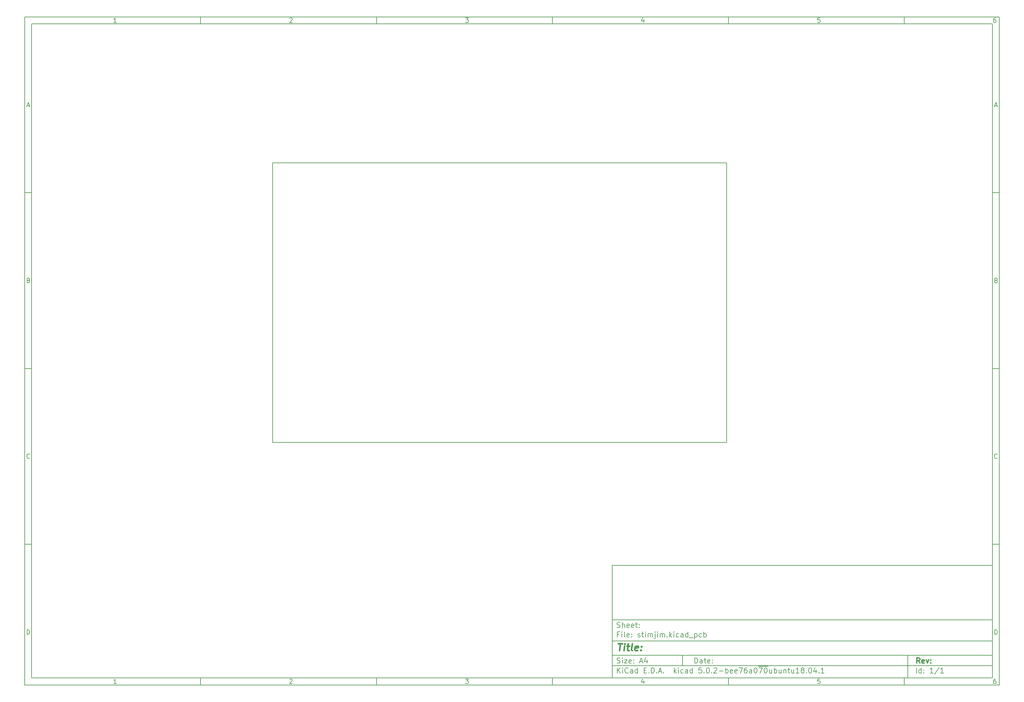
<source format=gm1>
G04 #@! TF.GenerationSoftware,KiCad,Pcbnew,5.0.2-bee76a0~70~ubuntu18.04.1*
G04 #@! TF.CreationDate,2019-02-25T13:41:17+02:00*
G04 #@! TF.ProjectId,stimjim,7374696d-6a69-46d2-9e6b-696361645f70,rev?*
G04 #@! TF.SameCoordinates,Original*
G04 #@! TF.FileFunction,Profile,NP*
%FSLAX46Y46*%
G04 Gerber Fmt 4.6, Leading zero omitted, Abs format (unit mm)*
G04 Created by KiCad (PCBNEW 5.0.2-bee76a0~70~ubuntu18.04.1) date Mon Feb 25 13:41:17 2019*
%MOMM*%
%LPD*%
G01*
G04 APERTURE LIST*
%ADD10C,0.100000*%
%ADD11C,0.150000*%
%ADD12C,0.300000*%
%ADD13C,0.400000*%
G04 APERTURE END LIST*
D10*
D11*
X177002200Y-166007200D02*
X177002200Y-198007200D01*
X285002200Y-198007200D01*
X285002200Y-166007200D01*
X177002200Y-166007200D01*
D10*
D11*
X10000000Y-10000000D02*
X10000000Y-200007200D01*
X287002200Y-200007200D01*
X287002200Y-10000000D01*
X10000000Y-10000000D01*
D10*
D11*
X12000000Y-12000000D02*
X12000000Y-198007200D01*
X285002200Y-198007200D01*
X285002200Y-12000000D01*
X12000000Y-12000000D01*
D10*
D11*
X60000000Y-12000000D02*
X60000000Y-10000000D01*
D10*
D11*
X110000000Y-12000000D02*
X110000000Y-10000000D01*
D10*
D11*
X160000000Y-12000000D02*
X160000000Y-10000000D01*
D10*
D11*
X210000000Y-12000000D02*
X210000000Y-10000000D01*
D10*
D11*
X260000000Y-12000000D02*
X260000000Y-10000000D01*
D10*
D11*
X36065476Y-11588095D02*
X35322619Y-11588095D01*
X35694047Y-11588095D02*
X35694047Y-10288095D01*
X35570238Y-10473809D01*
X35446428Y-10597619D01*
X35322619Y-10659523D01*
D10*
D11*
X85322619Y-10411904D02*
X85384523Y-10350000D01*
X85508333Y-10288095D01*
X85817857Y-10288095D01*
X85941666Y-10350000D01*
X86003571Y-10411904D01*
X86065476Y-10535714D01*
X86065476Y-10659523D01*
X86003571Y-10845238D01*
X85260714Y-11588095D01*
X86065476Y-11588095D01*
D10*
D11*
X135260714Y-10288095D02*
X136065476Y-10288095D01*
X135632142Y-10783333D01*
X135817857Y-10783333D01*
X135941666Y-10845238D01*
X136003571Y-10907142D01*
X136065476Y-11030952D01*
X136065476Y-11340476D01*
X136003571Y-11464285D01*
X135941666Y-11526190D01*
X135817857Y-11588095D01*
X135446428Y-11588095D01*
X135322619Y-11526190D01*
X135260714Y-11464285D01*
D10*
D11*
X185941666Y-10721428D02*
X185941666Y-11588095D01*
X185632142Y-10226190D02*
X185322619Y-11154761D01*
X186127380Y-11154761D01*
D10*
D11*
X236003571Y-10288095D02*
X235384523Y-10288095D01*
X235322619Y-10907142D01*
X235384523Y-10845238D01*
X235508333Y-10783333D01*
X235817857Y-10783333D01*
X235941666Y-10845238D01*
X236003571Y-10907142D01*
X236065476Y-11030952D01*
X236065476Y-11340476D01*
X236003571Y-11464285D01*
X235941666Y-11526190D01*
X235817857Y-11588095D01*
X235508333Y-11588095D01*
X235384523Y-11526190D01*
X235322619Y-11464285D01*
D10*
D11*
X285941666Y-10288095D02*
X285694047Y-10288095D01*
X285570238Y-10350000D01*
X285508333Y-10411904D01*
X285384523Y-10597619D01*
X285322619Y-10845238D01*
X285322619Y-11340476D01*
X285384523Y-11464285D01*
X285446428Y-11526190D01*
X285570238Y-11588095D01*
X285817857Y-11588095D01*
X285941666Y-11526190D01*
X286003571Y-11464285D01*
X286065476Y-11340476D01*
X286065476Y-11030952D01*
X286003571Y-10907142D01*
X285941666Y-10845238D01*
X285817857Y-10783333D01*
X285570238Y-10783333D01*
X285446428Y-10845238D01*
X285384523Y-10907142D01*
X285322619Y-11030952D01*
D10*
D11*
X60000000Y-198007200D02*
X60000000Y-200007200D01*
D10*
D11*
X110000000Y-198007200D02*
X110000000Y-200007200D01*
D10*
D11*
X160000000Y-198007200D02*
X160000000Y-200007200D01*
D10*
D11*
X210000000Y-198007200D02*
X210000000Y-200007200D01*
D10*
D11*
X260000000Y-198007200D02*
X260000000Y-200007200D01*
D10*
D11*
X36065476Y-199595295D02*
X35322619Y-199595295D01*
X35694047Y-199595295D02*
X35694047Y-198295295D01*
X35570238Y-198481009D01*
X35446428Y-198604819D01*
X35322619Y-198666723D01*
D10*
D11*
X85322619Y-198419104D02*
X85384523Y-198357200D01*
X85508333Y-198295295D01*
X85817857Y-198295295D01*
X85941666Y-198357200D01*
X86003571Y-198419104D01*
X86065476Y-198542914D01*
X86065476Y-198666723D01*
X86003571Y-198852438D01*
X85260714Y-199595295D01*
X86065476Y-199595295D01*
D10*
D11*
X135260714Y-198295295D02*
X136065476Y-198295295D01*
X135632142Y-198790533D01*
X135817857Y-198790533D01*
X135941666Y-198852438D01*
X136003571Y-198914342D01*
X136065476Y-199038152D01*
X136065476Y-199347676D01*
X136003571Y-199471485D01*
X135941666Y-199533390D01*
X135817857Y-199595295D01*
X135446428Y-199595295D01*
X135322619Y-199533390D01*
X135260714Y-199471485D01*
D10*
D11*
X185941666Y-198728628D02*
X185941666Y-199595295D01*
X185632142Y-198233390D02*
X185322619Y-199161961D01*
X186127380Y-199161961D01*
D10*
D11*
X236003571Y-198295295D02*
X235384523Y-198295295D01*
X235322619Y-198914342D01*
X235384523Y-198852438D01*
X235508333Y-198790533D01*
X235817857Y-198790533D01*
X235941666Y-198852438D01*
X236003571Y-198914342D01*
X236065476Y-199038152D01*
X236065476Y-199347676D01*
X236003571Y-199471485D01*
X235941666Y-199533390D01*
X235817857Y-199595295D01*
X235508333Y-199595295D01*
X235384523Y-199533390D01*
X235322619Y-199471485D01*
D10*
D11*
X285941666Y-198295295D02*
X285694047Y-198295295D01*
X285570238Y-198357200D01*
X285508333Y-198419104D01*
X285384523Y-198604819D01*
X285322619Y-198852438D01*
X285322619Y-199347676D01*
X285384523Y-199471485D01*
X285446428Y-199533390D01*
X285570238Y-199595295D01*
X285817857Y-199595295D01*
X285941666Y-199533390D01*
X286003571Y-199471485D01*
X286065476Y-199347676D01*
X286065476Y-199038152D01*
X286003571Y-198914342D01*
X285941666Y-198852438D01*
X285817857Y-198790533D01*
X285570238Y-198790533D01*
X285446428Y-198852438D01*
X285384523Y-198914342D01*
X285322619Y-199038152D01*
D10*
D11*
X10000000Y-60000000D02*
X12000000Y-60000000D01*
D10*
D11*
X10000000Y-110000000D02*
X12000000Y-110000000D01*
D10*
D11*
X10000000Y-160000000D02*
X12000000Y-160000000D01*
D10*
D11*
X10690476Y-35216666D02*
X11309523Y-35216666D01*
X10566666Y-35588095D02*
X11000000Y-34288095D01*
X11433333Y-35588095D01*
D10*
D11*
X11092857Y-84907142D02*
X11278571Y-84969047D01*
X11340476Y-85030952D01*
X11402380Y-85154761D01*
X11402380Y-85340476D01*
X11340476Y-85464285D01*
X11278571Y-85526190D01*
X11154761Y-85588095D01*
X10659523Y-85588095D01*
X10659523Y-84288095D01*
X11092857Y-84288095D01*
X11216666Y-84350000D01*
X11278571Y-84411904D01*
X11340476Y-84535714D01*
X11340476Y-84659523D01*
X11278571Y-84783333D01*
X11216666Y-84845238D01*
X11092857Y-84907142D01*
X10659523Y-84907142D01*
D10*
D11*
X11402380Y-135464285D02*
X11340476Y-135526190D01*
X11154761Y-135588095D01*
X11030952Y-135588095D01*
X10845238Y-135526190D01*
X10721428Y-135402380D01*
X10659523Y-135278571D01*
X10597619Y-135030952D01*
X10597619Y-134845238D01*
X10659523Y-134597619D01*
X10721428Y-134473809D01*
X10845238Y-134350000D01*
X11030952Y-134288095D01*
X11154761Y-134288095D01*
X11340476Y-134350000D01*
X11402380Y-134411904D01*
D10*
D11*
X10659523Y-185588095D02*
X10659523Y-184288095D01*
X10969047Y-184288095D01*
X11154761Y-184350000D01*
X11278571Y-184473809D01*
X11340476Y-184597619D01*
X11402380Y-184845238D01*
X11402380Y-185030952D01*
X11340476Y-185278571D01*
X11278571Y-185402380D01*
X11154761Y-185526190D01*
X10969047Y-185588095D01*
X10659523Y-185588095D01*
D10*
D11*
X287002200Y-60000000D02*
X285002200Y-60000000D01*
D10*
D11*
X287002200Y-110000000D02*
X285002200Y-110000000D01*
D10*
D11*
X287002200Y-160000000D02*
X285002200Y-160000000D01*
D10*
D11*
X285692676Y-35216666D02*
X286311723Y-35216666D01*
X285568866Y-35588095D02*
X286002200Y-34288095D01*
X286435533Y-35588095D01*
D10*
D11*
X286095057Y-84907142D02*
X286280771Y-84969047D01*
X286342676Y-85030952D01*
X286404580Y-85154761D01*
X286404580Y-85340476D01*
X286342676Y-85464285D01*
X286280771Y-85526190D01*
X286156961Y-85588095D01*
X285661723Y-85588095D01*
X285661723Y-84288095D01*
X286095057Y-84288095D01*
X286218866Y-84350000D01*
X286280771Y-84411904D01*
X286342676Y-84535714D01*
X286342676Y-84659523D01*
X286280771Y-84783333D01*
X286218866Y-84845238D01*
X286095057Y-84907142D01*
X285661723Y-84907142D01*
D10*
D11*
X286404580Y-135464285D02*
X286342676Y-135526190D01*
X286156961Y-135588095D01*
X286033152Y-135588095D01*
X285847438Y-135526190D01*
X285723628Y-135402380D01*
X285661723Y-135278571D01*
X285599819Y-135030952D01*
X285599819Y-134845238D01*
X285661723Y-134597619D01*
X285723628Y-134473809D01*
X285847438Y-134350000D01*
X286033152Y-134288095D01*
X286156961Y-134288095D01*
X286342676Y-134350000D01*
X286404580Y-134411904D01*
D10*
D11*
X285661723Y-185588095D02*
X285661723Y-184288095D01*
X285971247Y-184288095D01*
X286156961Y-184350000D01*
X286280771Y-184473809D01*
X286342676Y-184597619D01*
X286404580Y-184845238D01*
X286404580Y-185030952D01*
X286342676Y-185278571D01*
X286280771Y-185402380D01*
X286156961Y-185526190D01*
X285971247Y-185588095D01*
X285661723Y-185588095D01*
D10*
D11*
X200434342Y-193785771D02*
X200434342Y-192285771D01*
X200791485Y-192285771D01*
X201005771Y-192357200D01*
X201148628Y-192500057D01*
X201220057Y-192642914D01*
X201291485Y-192928628D01*
X201291485Y-193142914D01*
X201220057Y-193428628D01*
X201148628Y-193571485D01*
X201005771Y-193714342D01*
X200791485Y-193785771D01*
X200434342Y-193785771D01*
X202577200Y-193785771D02*
X202577200Y-193000057D01*
X202505771Y-192857200D01*
X202362914Y-192785771D01*
X202077200Y-192785771D01*
X201934342Y-192857200D01*
X202577200Y-193714342D02*
X202434342Y-193785771D01*
X202077200Y-193785771D01*
X201934342Y-193714342D01*
X201862914Y-193571485D01*
X201862914Y-193428628D01*
X201934342Y-193285771D01*
X202077200Y-193214342D01*
X202434342Y-193214342D01*
X202577200Y-193142914D01*
X203077200Y-192785771D02*
X203648628Y-192785771D01*
X203291485Y-192285771D02*
X203291485Y-193571485D01*
X203362914Y-193714342D01*
X203505771Y-193785771D01*
X203648628Y-193785771D01*
X204720057Y-193714342D02*
X204577200Y-193785771D01*
X204291485Y-193785771D01*
X204148628Y-193714342D01*
X204077200Y-193571485D01*
X204077200Y-193000057D01*
X204148628Y-192857200D01*
X204291485Y-192785771D01*
X204577200Y-192785771D01*
X204720057Y-192857200D01*
X204791485Y-193000057D01*
X204791485Y-193142914D01*
X204077200Y-193285771D01*
X205434342Y-193642914D02*
X205505771Y-193714342D01*
X205434342Y-193785771D01*
X205362914Y-193714342D01*
X205434342Y-193642914D01*
X205434342Y-193785771D01*
X205434342Y-192857200D02*
X205505771Y-192928628D01*
X205434342Y-193000057D01*
X205362914Y-192928628D01*
X205434342Y-192857200D01*
X205434342Y-193000057D01*
D10*
D11*
X177002200Y-194507200D02*
X285002200Y-194507200D01*
D10*
D11*
X178434342Y-196585771D02*
X178434342Y-195085771D01*
X179291485Y-196585771D02*
X178648628Y-195728628D01*
X179291485Y-195085771D02*
X178434342Y-195942914D01*
X179934342Y-196585771D02*
X179934342Y-195585771D01*
X179934342Y-195085771D02*
X179862914Y-195157200D01*
X179934342Y-195228628D01*
X180005771Y-195157200D01*
X179934342Y-195085771D01*
X179934342Y-195228628D01*
X181505771Y-196442914D02*
X181434342Y-196514342D01*
X181220057Y-196585771D01*
X181077200Y-196585771D01*
X180862914Y-196514342D01*
X180720057Y-196371485D01*
X180648628Y-196228628D01*
X180577200Y-195942914D01*
X180577200Y-195728628D01*
X180648628Y-195442914D01*
X180720057Y-195300057D01*
X180862914Y-195157200D01*
X181077200Y-195085771D01*
X181220057Y-195085771D01*
X181434342Y-195157200D01*
X181505771Y-195228628D01*
X182791485Y-196585771D02*
X182791485Y-195800057D01*
X182720057Y-195657200D01*
X182577200Y-195585771D01*
X182291485Y-195585771D01*
X182148628Y-195657200D01*
X182791485Y-196514342D02*
X182648628Y-196585771D01*
X182291485Y-196585771D01*
X182148628Y-196514342D01*
X182077200Y-196371485D01*
X182077200Y-196228628D01*
X182148628Y-196085771D01*
X182291485Y-196014342D01*
X182648628Y-196014342D01*
X182791485Y-195942914D01*
X184148628Y-196585771D02*
X184148628Y-195085771D01*
X184148628Y-196514342D02*
X184005771Y-196585771D01*
X183720057Y-196585771D01*
X183577200Y-196514342D01*
X183505771Y-196442914D01*
X183434342Y-196300057D01*
X183434342Y-195871485D01*
X183505771Y-195728628D01*
X183577200Y-195657200D01*
X183720057Y-195585771D01*
X184005771Y-195585771D01*
X184148628Y-195657200D01*
X186005771Y-195800057D02*
X186505771Y-195800057D01*
X186720057Y-196585771D02*
X186005771Y-196585771D01*
X186005771Y-195085771D01*
X186720057Y-195085771D01*
X187362914Y-196442914D02*
X187434342Y-196514342D01*
X187362914Y-196585771D01*
X187291485Y-196514342D01*
X187362914Y-196442914D01*
X187362914Y-196585771D01*
X188077200Y-196585771D02*
X188077200Y-195085771D01*
X188434342Y-195085771D01*
X188648628Y-195157200D01*
X188791485Y-195300057D01*
X188862914Y-195442914D01*
X188934342Y-195728628D01*
X188934342Y-195942914D01*
X188862914Y-196228628D01*
X188791485Y-196371485D01*
X188648628Y-196514342D01*
X188434342Y-196585771D01*
X188077200Y-196585771D01*
X189577200Y-196442914D02*
X189648628Y-196514342D01*
X189577200Y-196585771D01*
X189505771Y-196514342D01*
X189577200Y-196442914D01*
X189577200Y-196585771D01*
X190220057Y-196157200D02*
X190934342Y-196157200D01*
X190077200Y-196585771D02*
X190577200Y-195085771D01*
X191077200Y-196585771D01*
X191577200Y-196442914D02*
X191648628Y-196514342D01*
X191577200Y-196585771D01*
X191505771Y-196514342D01*
X191577200Y-196442914D01*
X191577200Y-196585771D01*
X194577200Y-196585771D02*
X194577200Y-195085771D01*
X194720057Y-196014342D02*
X195148628Y-196585771D01*
X195148628Y-195585771D02*
X194577200Y-196157200D01*
X195791485Y-196585771D02*
X195791485Y-195585771D01*
X195791485Y-195085771D02*
X195720057Y-195157200D01*
X195791485Y-195228628D01*
X195862914Y-195157200D01*
X195791485Y-195085771D01*
X195791485Y-195228628D01*
X197148628Y-196514342D02*
X197005771Y-196585771D01*
X196720057Y-196585771D01*
X196577200Y-196514342D01*
X196505771Y-196442914D01*
X196434342Y-196300057D01*
X196434342Y-195871485D01*
X196505771Y-195728628D01*
X196577200Y-195657200D01*
X196720057Y-195585771D01*
X197005771Y-195585771D01*
X197148628Y-195657200D01*
X198434342Y-196585771D02*
X198434342Y-195800057D01*
X198362914Y-195657200D01*
X198220057Y-195585771D01*
X197934342Y-195585771D01*
X197791485Y-195657200D01*
X198434342Y-196514342D02*
X198291485Y-196585771D01*
X197934342Y-196585771D01*
X197791485Y-196514342D01*
X197720057Y-196371485D01*
X197720057Y-196228628D01*
X197791485Y-196085771D01*
X197934342Y-196014342D01*
X198291485Y-196014342D01*
X198434342Y-195942914D01*
X199791485Y-196585771D02*
X199791485Y-195085771D01*
X199791485Y-196514342D02*
X199648628Y-196585771D01*
X199362914Y-196585771D01*
X199220057Y-196514342D01*
X199148628Y-196442914D01*
X199077200Y-196300057D01*
X199077200Y-195871485D01*
X199148628Y-195728628D01*
X199220057Y-195657200D01*
X199362914Y-195585771D01*
X199648628Y-195585771D01*
X199791485Y-195657200D01*
X202362914Y-195085771D02*
X201648628Y-195085771D01*
X201577200Y-195800057D01*
X201648628Y-195728628D01*
X201791485Y-195657200D01*
X202148628Y-195657200D01*
X202291485Y-195728628D01*
X202362914Y-195800057D01*
X202434342Y-195942914D01*
X202434342Y-196300057D01*
X202362914Y-196442914D01*
X202291485Y-196514342D01*
X202148628Y-196585771D01*
X201791485Y-196585771D01*
X201648628Y-196514342D01*
X201577200Y-196442914D01*
X203077200Y-196442914D02*
X203148628Y-196514342D01*
X203077200Y-196585771D01*
X203005771Y-196514342D01*
X203077200Y-196442914D01*
X203077200Y-196585771D01*
X204077200Y-195085771D02*
X204220057Y-195085771D01*
X204362914Y-195157200D01*
X204434342Y-195228628D01*
X204505771Y-195371485D01*
X204577200Y-195657200D01*
X204577200Y-196014342D01*
X204505771Y-196300057D01*
X204434342Y-196442914D01*
X204362914Y-196514342D01*
X204220057Y-196585771D01*
X204077200Y-196585771D01*
X203934342Y-196514342D01*
X203862914Y-196442914D01*
X203791485Y-196300057D01*
X203720057Y-196014342D01*
X203720057Y-195657200D01*
X203791485Y-195371485D01*
X203862914Y-195228628D01*
X203934342Y-195157200D01*
X204077200Y-195085771D01*
X205220057Y-196442914D02*
X205291485Y-196514342D01*
X205220057Y-196585771D01*
X205148628Y-196514342D01*
X205220057Y-196442914D01*
X205220057Y-196585771D01*
X205862914Y-195228628D02*
X205934342Y-195157200D01*
X206077200Y-195085771D01*
X206434342Y-195085771D01*
X206577200Y-195157200D01*
X206648628Y-195228628D01*
X206720057Y-195371485D01*
X206720057Y-195514342D01*
X206648628Y-195728628D01*
X205791485Y-196585771D01*
X206720057Y-196585771D01*
X207362914Y-196014342D02*
X208505771Y-196014342D01*
X209220057Y-196585771D02*
X209220057Y-195085771D01*
X209220057Y-195657200D02*
X209362914Y-195585771D01*
X209648628Y-195585771D01*
X209791485Y-195657200D01*
X209862914Y-195728628D01*
X209934342Y-195871485D01*
X209934342Y-196300057D01*
X209862914Y-196442914D01*
X209791485Y-196514342D01*
X209648628Y-196585771D01*
X209362914Y-196585771D01*
X209220057Y-196514342D01*
X211148628Y-196514342D02*
X211005771Y-196585771D01*
X210720057Y-196585771D01*
X210577200Y-196514342D01*
X210505771Y-196371485D01*
X210505771Y-195800057D01*
X210577200Y-195657200D01*
X210720057Y-195585771D01*
X211005771Y-195585771D01*
X211148628Y-195657200D01*
X211220057Y-195800057D01*
X211220057Y-195942914D01*
X210505771Y-196085771D01*
X212434342Y-196514342D02*
X212291485Y-196585771D01*
X212005771Y-196585771D01*
X211862914Y-196514342D01*
X211791485Y-196371485D01*
X211791485Y-195800057D01*
X211862914Y-195657200D01*
X212005771Y-195585771D01*
X212291485Y-195585771D01*
X212434342Y-195657200D01*
X212505771Y-195800057D01*
X212505771Y-195942914D01*
X211791485Y-196085771D01*
X213005771Y-195085771D02*
X214005771Y-195085771D01*
X213362914Y-196585771D01*
X215220057Y-195085771D02*
X214934342Y-195085771D01*
X214791485Y-195157200D01*
X214720057Y-195228628D01*
X214577200Y-195442914D01*
X214505771Y-195728628D01*
X214505771Y-196300057D01*
X214577200Y-196442914D01*
X214648628Y-196514342D01*
X214791485Y-196585771D01*
X215077200Y-196585771D01*
X215220057Y-196514342D01*
X215291485Y-196442914D01*
X215362914Y-196300057D01*
X215362914Y-195942914D01*
X215291485Y-195800057D01*
X215220057Y-195728628D01*
X215077200Y-195657200D01*
X214791485Y-195657200D01*
X214648628Y-195728628D01*
X214577200Y-195800057D01*
X214505771Y-195942914D01*
X216648628Y-196585771D02*
X216648628Y-195800057D01*
X216577200Y-195657200D01*
X216434342Y-195585771D01*
X216148628Y-195585771D01*
X216005771Y-195657200D01*
X216648628Y-196514342D02*
X216505771Y-196585771D01*
X216148628Y-196585771D01*
X216005771Y-196514342D01*
X215934342Y-196371485D01*
X215934342Y-196228628D01*
X216005771Y-196085771D01*
X216148628Y-196014342D01*
X216505771Y-196014342D01*
X216648628Y-195942914D01*
X217648628Y-195085771D02*
X217791485Y-195085771D01*
X217934342Y-195157200D01*
X218005771Y-195228628D01*
X218077200Y-195371485D01*
X218148628Y-195657200D01*
X218148628Y-196014342D01*
X218077200Y-196300057D01*
X218005771Y-196442914D01*
X217934342Y-196514342D01*
X217791485Y-196585771D01*
X217648628Y-196585771D01*
X217505771Y-196514342D01*
X217434342Y-196442914D01*
X217362914Y-196300057D01*
X217291485Y-196014342D01*
X217291485Y-195657200D01*
X217362914Y-195371485D01*
X217434342Y-195228628D01*
X217505771Y-195157200D01*
X217648628Y-195085771D01*
X218434342Y-194677200D02*
X219862914Y-194677200D01*
X218648628Y-195085771D02*
X219648628Y-195085771D01*
X219005771Y-196585771D01*
X219862914Y-194677200D02*
X221291485Y-194677200D01*
X220505771Y-195085771D02*
X220648628Y-195085771D01*
X220791485Y-195157200D01*
X220862914Y-195228628D01*
X220934342Y-195371485D01*
X221005771Y-195657200D01*
X221005771Y-196014342D01*
X220934342Y-196300057D01*
X220862914Y-196442914D01*
X220791485Y-196514342D01*
X220648628Y-196585771D01*
X220505771Y-196585771D01*
X220362914Y-196514342D01*
X220291485Y-196442914D01*
X220220057Y-196300057D01*
X220148628Y-196014342D01*
X220148628Y-195657200D01*
X220220057Y-195371485D01*
X220291485Y-195228628D01*
X220362914Y-195157200D01*
X220505771Y-195085771D01*
X222291485Y-195585771D02*
X222291485Y-196585771D01*
X221648628Y-195585771D02*
X221648628Y-196371485D01*
X221720057Y-196514342D01*
X221862914Y-196585771D01*
X222077200Y-196585771D01*
X222220057Y-196514342D01*
X222291485Y-196442914D01*
X223005771Y-196585771D02*
X223005771Y-195085771D01*
X223005771Y-195657200D02*
X223148628Y-195585771D01*
X223434342Y-195585771D01*
X223577200Y-195657200D01*
X223648628Y-195728628D01*
X223720057Y-195871485D01*
X223720057Y-196300057D01*
X223648628Y-196442914D01*
X223577200Y-196514342D01*
X223434342Y-196585771D01*
X223148628Y-196585771D01*
X223005771Y-196514342D01*
X225005771Y-195585771D02*
X225005771Y-196585771D01*
X224362914Y-195585771D02*
X224362914Y-196371485D01*
X224434342Y-196514342D01*
X224577200Y-196585771D01*
X224791485Y-196585771D01*
X224934342Y-196514342D01*
X225005771Y-196442914D01*
X225720057Y-195585771D02*
X225720057Y-196585771D01*
X225720057Y-195728628D02*
X225791485Y-195657200D01*
X225934342Y-195585771D01*
X226148628Y-195585771D01*
X226291485Y-195657200D01*
X226362914Y-195800057D01*
X226362914Y-196585771D01*
X226862914Y-195585771D02*
X227434342Y-195585771D01*
X227077200Y-195085771D02*
X227077200Y-196371485D01*
X227148628Y-196514342D01*
X227291485Y-196585771D01*
X227434342Y-196585771D01*
X228577200Y-195585771D02*
X228577200Y-196585771D01*
X227934342Y-195585771D02*
X227934342Y-196371485D01*
X228005771Y-196514342D01*
X228148628Y-196585771D01*
X228362914Y-196585771D01*
X228505771Y-196514342D01*
X228577200Y-196442914D01*
X230077200Y-196585771D02*
X229220057Y-196585771D01*
X229648628Y-196585771D02*
X229648628Y-195085771D01*
X229505771Y-195300057D01*
X229362914Y-195442914D01*
X229220057Y-195514342D01*
X230934342Y-195728628D02*
X230791485Y-195657200D01*
X230720057Y-195585771D01*
X230648628Y-195442914D01*
X230648628Y-195371485D01*
X230720057Y-195228628D01*
X230791485Y-195157200D01*
X230934342Y-195085771D01*
X231220057Y-195085771D01*
X231362914Y-195157200D01*
X231434342Y-195228628D01*
X231505771Y-195371485D01*
X231505771Y-195442914D01*
X231434342Y-195585771D01*
X231362914Y-195657200D01*
X231220057Y-195728628D01*
X230934342Y-195728628D01*
X230791485Y-195800057D01*
X230720057Y-195871485D01*
X230648628Y-196014342D01*
X230648628Y-196300057D01*
X230720057Y-196442914D01*
X230791485Y-196514342D01*
X230934342Y-196585771D01*
X231220057Y-196585771D01*
X231362914Y-196514342D01*
X231434342Y-196442914D01*
X231505771Y-196300057D01*
X231505771Y-196014342D01*
X231434342Y-195871485D01*
X231362914Y-195800057D01*
X231220057Y-195728628D01*
X232148628Y-196442914D02*
X232220057Y-196514342D01*
X232148628Y-196585771D01*
X232077200Y-196514342D01*
X232148628Y-196442914D01*
X232148628Y-196585771D01*
X233148628Y-195085771D02*
X233291485Y-195085771D01*
X233434342Y-195157200D01*
X233505771Y-195228628D01*
X233577200Y-195371485D01*
X233648628Y-195657200D01*
X233648628Y-196014342D01*
X233577200Y-196300057D01*
X233505771Y-196442914D01*
X233434342Y-196514342D01*
X233291485Y-196585771D01*
X233148628Y-196585771D01*
X233005771Y-196514342D01*
X232934342Y-196442914D01*
X232862914Y-196300057D01*
X232791485Y-196014342D01*
X232791485Y-195657200D01*
X232862914Y-195371485D01*
X232934342Y-195228628D01*
X233005771Y-195157200D01*
X233148628Y-195085771D01*
X234934342Y-195585771D02*
X234934342Y-196585771D01*
X234577200Y-195014342D02*
X234220057Y-196085771D01*
X235148628Y-196085771D01*
X235720057Y-196442914D02*
X235791485Y-196514342D01*
X235720057Y-196585771D01*
X235648628Y-196514342D01*
X235720057Y-196442914D01*
X235720057Y-196585771D01*
X237220057Y-196585771D02*
X236362914Y-196585771D01*
X236791485Y-196585771D02*
X236791485Y-195085771D01*
X236648628Y-195300057D01*
X236505771Y-195442914D01*
X236362914Y-195514342D01*
D10*
D11*
X177002200Y-191507200D02*
X285002200Y-191507200D01*
D10*
D12*
X264411485Y-193785771D02*
X263911485Y-193071485D01*
X263554342Y-193785771D02*
X263554342Y-192285771D01*
X264125771Y-192285771D01*
X264268628Y-192357200D01*
X264340057Y-192428628D01*
X264411485Y-192571485D01*
X264411485Y-192785771D01*
X264340057Y-192928628D01*
X264268628Y-193000057D01*
X264125771Y-193071485D01*
X263554342Y-193071485D01*
X265625771Y-193714342D02*
X265482914Y-193785771D01*
X265197200Y-193785771D01*
X265054342Y-193714342D01*
X264982914Y-193571485D01*
X264982914Y-193000057D01*
X265054342Y-192857200D01*
X265197200Y-192785771D01*
X265482914Y-192785771D01*
X265625771Y-192857200D01*
X265697200Y-193000057D01*
X265697200Y-193142914D01*
X264982914Y-193285771D01*
X266197200Y-192785771D02*
X266554342Y-193785771D01*
X266911485Y-192785771D01*
X267482914Y-193642914D02*
X267554342Y-193714342D01*
X267482914Y-193785771D01*
X267411485Y-193714342D01*
X267482914Y-193642914D01*
X267482914Y-193785771D01*
X267482914Y-192857200D02*
X267554342Y-192928628D01*
X267482914Y-193000057D01*
X267411485Y-192928628D01*
X267482914Y-192857200D01*
X267482914Y-193000057D01*
D10*
D11*
X178362914Y-193714342D02*
X178577200Y-193785771D01*
X178934342Y-193785771D01*
X179077200Y-193714342D01*
X179148628Y-193642914D01*
X179220057Y-193500057D01*
X179220057Y-193357200D01*
X179148628Y-193214342D01*
X179077200Y-193142914D01*
X178934342Y-193071485D01*
X178648628Y-193000057D01*
X178505771Y-192928628D01*
X178434342Y-192857200D01*
X178362914Y-192714342D01*
X178362914Y-192571485D01*
X178434342Y-192428628D01*
X178505771Y-192357200D01*
X178648628Y-192285771D01*
X179005771Y-192285771D01*
X179220057Y-192357200D01*
X179862914Y-193785771D02*
X179862914Y-192785771D01*
X179862914Y-192285771D02*
X179791485Y-192357200D01*
X179862914Y-192428628D01*
X179934342Y-192357200D01*
X179862914Y-192285771D01*
X179862914Y-192428628D01*
X180434342Y-192785771D02*
X181220057Y-192785771D01*
X180434342Y-193785771D01*
X181220057Y-193785771D01*
X182362914Y-193714342D02*
X182220057Y-193785771D01*
X181934342Y-193785771D01*
X181791485Y-193714342D01*
X181720057Y-193571485D01*
X181720057Y-193000057D01*
X181791485Y-192857200D01*
X181934342Y-192785771D01*
X182220057Y-192785771D01*
X182362914Y-192857200D01*
X182434342Y-193000057D01*
X182434342Y-193142914D01*
X181720057Y-193285771D01*
X183077200Y-193642914D02*
X183148628Y-193714342D01*
X183077200Y-193785771D01*
X183005771Y-193714342D01*
X183077200Y-193642914D01*
X183077200Y-193785771D01*
X183077200Y-192857200D02*
X183148628Y-192928628D01*
X183077200Y-193000057D01*
X183005771Y-192928628D01*
X183077200Y-192857200D01*
X183077200Y-193000057D01*
X184862914Y-193357200D02*
X185577200Y-193357200D01*
X184720057Y-193785771D02*
X185220057Y-192285771D01*
X185720057Y-193785771D01*
X186862914Y-192785771D02*
X186862914Y-193785771D01*
X186505771Y-192214342D02*
X186148628Y-193285771D01*
X187077200Y-193285771D01*
D10*
D11*
X263434342Y-196585771D02*
X263434342Y-195085771D01*
X264791485Y-196585771D02*
X264791485Y-195085771D01*
X264791485Y-196514342D02*
X264648628Y-196585771D01*
X264362914Y-196585771D01*
X264220057Y-196514342D01*
X264148628Y-196442914D01*
X264077200Y-196300057D01*
X264077200Y-195871485D01*
X264148628Y-195728628D01*
X264220057Y-195657200D01*
X264362914Y-195585771D01*
X264648628Y-195585771D01*
X264791485Y-195657200D01*
X265505771Y-196442914D02*
X265577200Y-196514342D01*
X265505771Y-196585771D01*
X265434342Y-196514342D01*
X265505771Y-196442914D01*
X265505771Y-196585771D01*
X265505771Y-195657200D02*
X265577200Y-195728628D01*
X265505771Y-195800057D01*
X265434342Y-195728628D01*
X265505771Y-195657200D01*
X265505771Y-195800057D01*
X268148628Y-196585771D02*
X267291485Y-196585771D01*
X267720057Y-196585771D02*
X267720057Y-195085771D01*
X267577200Y-195300057D01*
X267434342Y-195442914D01*
X267291485Y-195514342D01*
X269862914Y-195014342D02*
X268577200Y-196942914D01*
X271148628Y-196585771D02*
X270291485Y-196585771D01*
X270720057Y-196585771D02*
X270720057Y-195085771D01*
X270577200Y-195300057D01*
X270434342Y-195442914D01*
X270291485Y-195514342D01*
D10*
D11*
X177002200Y-187507200D02*
X285002200Y-187507200D01*
D10*
D13*
X178714580Y-188211961D02*
X179857438Y-188211961D01*
X179036009Y-190211961D02*
X179286009Y-188211961D01*
X180274104Y-190211961D02*
X180440771Y-188878628D01*
X180524104Y-188211961D02*
X180416961Y-188307200D01*
X180500295Y-188402438D01*
X180607438Y-188307200D01*
X180524104Y-188211961D01*
X180500295Y-188402438D01*
X181107438Y-188878628D02*
X181869342Y-188878628D01*
X181476485Y-188211961D02*
X181262200Y-189926247D01*
X181333628Y-190116723D01*
X181512200Y-190211961D01*
X181702676Y-190211961D01*
X182655057Y-190211961D02*
X182476485Y-190116723D01*
X182405057Y-189926247D01*
X182619342Y-188211961D01*
X184190771Y-190116723D02*
X183988390Y-190211961D01*
X183607438Y-190211961D01*
X183428866Y-190116723D01*
X183357438Y-189926247D01*
X183452676Y-189164342D01*
X183571723Y-188973866D01*
X183774104Y-188878628D01*
X184155057Y-188878628D01*
X184333628Y-188973866D01*
X184405057Y-189164342D01*
X184381247Y-189354819D01*
X183405057Y-189545295D01*
X185155057Y-190021485D02*
X185238390Y-190116723D01*
X185131247Y-190211961D01*
X185047914Y-190116723D01*
X185155057Y-190021485D01*
X185131247Y-190211961D01*
X185286009Y-188973866D02*
X185369342Y-189069104D01*
X185262200Y-189164342D01*
X185178866Y-189069104D01*
X185286009Y-188973866D01*
X185262200Y-189164342D01*
D10*
D11*
X178934342Y-185600057D02*
X178434342Y-185600057D01*
X178434342Y-186385771D02*
X178434342Y-184885771D01*
X179148628Y-184885771D01*
X179720057Y-186385771D02*
X179720057Y-185385771D01*
X179720057Y-184885771D02*
X179648628Y-184957200D01*
X179720057Y-185028628D01*
X179791485Y-184957200D01*
X179720057Y-184885771D01*
X179720057Y-185028628D01*
X180648628Y-186385771D02*
X180505771Y-186314342D01*
X180434342Y-186171485D01*
X180434342Y-184885771D01*
X181791485Y-186314342D02*
X181648628Y-186385771D01*
X181362914Y-186385771D01*
X181220057Y-186314342D01*
X181148628Y-186171485D01*
X181148628Y-185600057D01*
X181220057Y-185457200D01*
X181362914Y-185385771D01*
X181648628Y-185385771D01*
X181791485Y-185457200D01*
X181862914Y-185600057D01*
X181862914Y-185742914D01*
X181148628Y-185885771D01*
X182505771Y-186242914D02*
X182577200Y-186314342D01*
X182505771Y-186385771D01*
X182434342Y-186314342D01*
X182505771Y-186242914D01*
X182505771Y-186385771D01*
X182505771Y-185457200D02*
X182577200Y-185528628D01*
X182505771Y-185600057D01*
X182434342Y-185528628D01*
X182505771Y-185457200D01*
X182505771Y-185600057D01*
X184291485Y-186314342D02*
X184434342Y-186385771D01*
X184720057Y-186385771D01*
X184862914Y-186314342D01*
X184934342Y-186171485D01*
X184934342Y-186100057D01*
X184862914Y-185957200D01*
X184720057Y-185885771D01*
X184505771Y-185885771D01*
X184362914Y-185814342D01*
X184291485Y-185671485D01*
X184291485Y-185600057D01*
X184362914Y-185457200D01*
X184505771Y-185385771D01*
X184720057Y-185385771D01*
X184862914Y-185457200D01*
X185362914Y-185385771D02*
X185934342Y-185385771D01*
X185577200Y-184885771D02*
X185577200Y-186171485D01*
X185648628Y-186314342D01*
X185791485Y-186385771D01*
X185934342Y-186385771D01*
X186434342Y-186385771D02*
X186434342Y-185385771D01*
X186434342Y-184885771D02*
X186362914Y-184957200D01*
X186434342Y-185028628D01*
X186505771Y-184957200D01*
X186434342Y-184885771D01*
X186434342Y-185028628D01*
X187148628Y-186385771D02*
X187148628Y-185385771D01*
X187148628Y-185528628D02*
X187220057Y-185457200D01*
X187362914Y-185385771D01*
X187577200Y-185385771D01*
X187720057Y-185457200D01*
X187791485Y-185600057D01*
X187791485Y-186385771D01*
X187791485Y-185600057D02*
X187862914Y-185457200D01*
X188005771Y-185385771D01*
X188220057Y-185385771D01*
X188362914Y-185457200D01*
X188434342Y-185600057D01*
X188434342Y-186385771D01*
X189148628Y-185385771D02*
X189148628Y-186671485D01*
X189077200Y-186814342D01*
X188934342Y-186885771D01*
X188862914Y-186885771D01*
X189148628Y-184885771D02*
X189077200Y-184957200D01*
X189148628Y-185028628D01*
X189220057Y-184957200D01*
X189148628Y-184885771D01*
X189148628Y-185028628D01*
X189862914Y-186385771D02*
X189862914Y-185385771D01*
X189862914Y-184885771D02*
X189791485Y-184957200D01*
X189862914Y-185028628D01*
X189934342Y-184957200D01*
X189862914Y-184885771D01*
X189862914Y-185028628D01*
X190577200Y-186385771D02*
X190577200Y-185385771D01*
X190577200Y-185528628D02*
X190648628Y-185457200D01*
X190791485Y-185385771D01*
X191005771Y-185385771D01*
X191148628Y-185457200D01*
X191220057Y-185600057D01*
X191220057Y-186385771D01*
X191220057Y-185600057D02*
X191291485Y-185457200D01*
X191434342Y-185385771D01*
X191648628Y-185385771D01*
X191791485Y-185457200D01*
X191862914Y-185600057D01*
X191862914Y-186385771D01*
X192577200Y-186242914D02*
X192648628Y-186314342D01*
X192577200Y-186385771D01*
X192505771Y-186314342D01*
X192577200Y-186242914D01*
X192577200Y-186385771D01*
X193291485Y-186385771D02*
X193291485Y-184885771D01*
X193434342Y-185814342D02*
X193862914Y-186385771D01*
X193862914Y-185385771D02*
X193291485Y-185957200D01*
X194505771Y-186385771D02*
X194505771Y-185385771D01*
X194505771Y-184885771D02*
X194434342Y-184957200D01*
X194505771Y-185028628D01*
X194577200Y-184957200D01*
X194505771Y-184885771D01*
X194505771Y-185028628D01*
X195862914Y-186314342D02*
X195720057Y-186385771D01*
X195434342Y-186385771D01*
X195291485Y-186314342D01*
X195220057Y-186242914D01*
X195148628Y-186100057D01*
X195148628Y-185671485D01*
X195220057Y-185528628D01*
X195291485Y-185457200D01*
X195434342Y-185385771D01*
X195720057Y-185385771D01*
X195862914Y-185457200D01*
X197148628Y-186385771D02*
X197148628Y-185600057D01*
X197077200Y-185457200D01*
X196934342Y-185385771D01*
X196648628Y-185385771D01*
X196505771Y-185457200D01*
X197148628Y-186314342D02*
X197005771Y-186385771D01*
X196648628Y-186385771D01*
X196505771Y-186314342D01*
X196434342Y-186171485D01*
X196434342Y-186028628D01*
X196505771Y-185885771D01*
X196648628Y-185814342D01*
X197005771Y-185814342D01*
X197148628Y-185742914D01*
X198505771Y-186385771D02*
X198505771Y-184885771D01*
X198505771Y-186314342D02*
X198362914Y-186385771D01*
X198077200Y-186385771D01*
X197934342Y-186314342D01*
X197862914Y-186242914D01*
X197791485Y-186100057D01*
X197791485Y-185671485D01*
X197862914Y-185528628D01*
X197934342Y-185457200D01*
X198077200Y-185385771D01*
X198362914Y-185385771D01*
X198505771Y-185457200D01*
X198862914Y-186528628D02*
X200005771Y-186528628D01*
X200362914Y-185385771D02*
X200362914Y-186885771D01*
X200362914Y-185457200D02*
X200505771Y-185385771D01*
X200791485Y-185385771D01*
X200934342Y-185457200D01*
X201005771Y-185528628D01*
X201077200Y-185671485D01*
X201077200Y-186100057D01*
X201005771Y-186242914D01*
X200934342Y-186314342D01*
X200791485Y-186385771D01*
X200505771Y-186385771D01*
X200362914Y-186314342D01*
X202362914Y-186314342D02*
X202220057Y-186385771D01*
X201934342Y-186385771D01*
X201791485Y-186314342D01*
X201720057Y-186242914D01*
X201648628Y-186100057D01*
X201648628Y-185671485D01*
X201720057Y-185528628D01*
X201791485Y-185457200D01*
X201934342Y-185385771D01*
X202220057Y-185385771D01*
X202362914Y-185457200D01*
X203005771Y-186385771D02*
X203005771Y-184885771D01*
X203005771Y-185457200D02*
X203148628Y-185385771D01*
X203434342Y-185385771D01*
X203577200Y-185457200D01*
X203648628Y-185528628D01*
X203720057Y-185671485D01*
X203720057Y-186100057D01*
X203648628Y-186242914D01*
X203577200Y-186314342D01*
X203434342Y-186385771D01*
X203148628Y-186385771D01*
X203005771Y-186314342D01*
D10*
D11*
X177002200Y-181507200D02*
X285002200Y-181507200D01*
D10*
D11*
X178362914Y-183614342D02*
X178577200Y-183685771D01*
X178934342Y-183685771D01*
X179077200Y-183614342D01*
X179148628Y-183542914D01*
X179220057Y-183400057D01*
X179220057Y-183257200D01*
X179148628Y-183114342D01*
X179077200Y-183042914D01*
X178934342Y-182971485D01*
X178648628Y-182900057D01*
X178505771Y-182828628D01*
X178434342Y-182757200D01*
X178362914Y-182614342D01*
X178362914Y-182471485D01*
X178434342Y-182328628D01*
X178505771Y-182257200D01*
X178648628Y-182185771D01*
X179005771Y-182185771D01*
X179220057Y-182257200D01*
X179862914Y-183685771D02*
X179862914Y-182185771D01*
X180505771Y-183685771D02*
X180505771Y-182900057D01*
X180434342Y-182757200D01*
X180291485Y-182685771D01*
X180077200Y-182685771D01*
X179934342Y-182757200D01*
X179862914Y-182828628D01*
X181791485Y-183614342D02*
X181648628Y-183685771D01*
X181362914Y-183685771D01*
X181220057Y-183614342D01*
X181148628Y-183471485D01*
X181148628Y-182900057D01*
X181220057Y-182757200D01*
X181362914Y-182685771D01*
X181648628Y-182685771D01*
X181791485Y-182757200D01*
X181862914Y-182900057D01*
X181862914Y-183042914D01*
X181148628Y-183185771D01*
X183077200Y-183614342D02*
X182934342Y-183685771D01*
X182648628Y-183685771D01*
X182505771Y-183614342D01*
X182434342Y-183471485D01*
X182434342Y-182900057D01*
X182505771Y-182757200D01*
X182648628Y-182685771D01*
X182934342Y-182685771D01*
X183077200Y-182757200D01*
X183148628Y-182900057D01*
X183148628Y-183042914D01*
X182434342Y-183185771D01*
X183577200Y-182685771D02*
X184148628Y-182685771D01*
X183791485Y-182185771D02*
X183791485Y-183471485D01*
X183862914Y-183614342D01*
X184005771Y-183685771D01*
X184148628Y-183685771D01*
X184648628Y-183542914D02*
X184720057Y-183614342D01*
X184648628Y-183685771D01*
X184577200Y-183614342D01*
X184648628Y-183542914D01*
X184648628Y-183685771D01*
X184648628Y-182757200D02*
X184720057Y-182828628D01*
X184648628Y-182900057D01*
X184577200Y-182828628D01*
X184648628Y-182757200D01*
X184648628Y-182900057D01*
D10*
D11*
X197002200Y-191507200D02*
X197002200Y-194507200D01*
D10*
D11*
X261002200Y-191507200D02*
X261002200Y-198007200D01*
X80500000Y-51500000D02*
X80500000Y-131000000D01*
X209500000Y-51500000D02*
X80500000Y-51500000D01*
X209500000Y-131000000D02*
X209500000Y-51500000D01*
X80500000Y-131000000D02*
X209500000Y-131000000D01*
M02*

</source>
